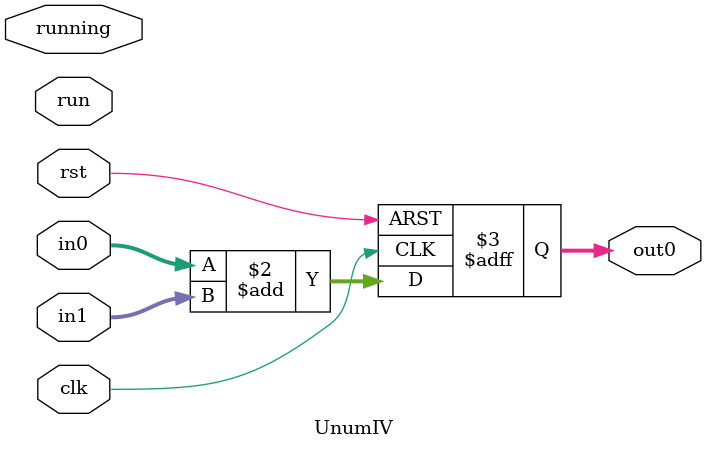
<source format=v>
`timescale 1ns / 1ps

module UnumIV #(
         parameter DELAY_W = 32,
         parameter DATA_W = 32
              )
    (
    //control
    input               clk,
    input               rst,
    
    input               running,
    input               run,

    //input
    input [DATA_W-1:0]  in0,
    input [DATA_W-1:0]  in1,

    (* versat_latency = 1 *) output reg [DATA_W-1:0] out0 // Need to tell versat how many cycles the unit takes to produce data
    );

always @(posedge clk,posedge rst)
begin
   if(rst) begin
      out0 <= 0;      
   end else begin
      out0 <= in0 + in1;
   end
end

endmodule

</source>
